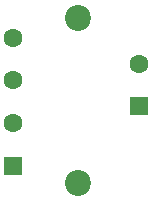
<source format=gbs>
G04 #@! TF.GenerationSoftware,KiCad,Pcbnew,(6.0.7-1)-1*
G04 #@! TF.CreationDate,2024-08-15T11:21:41+03:00*
G04 #@! TF.ProjectId,Ideal_Diode,49646561-6c5f-4446-996f-64652e6b6963,rev?*
G04 #@! TF.SameCoordinates,Original*
G04 #@! TF.FileFunction,Soldermask,Bot*
G04 #@! TF.FilePolarity,Negative*
%FSLAX46Y46*%
G04 Gerber Fmt 4.6, Leading zero omitted, Abs format (unit mm)*
G04 Created by KiCad (PCBNEW (6.0.7-1)-1) date 2024-08-15 11:21:41*
%MOMM*%
%LPD*%
G01*
G04 APERTURE LIST*
G04 Aperture macros list*
%AMRoundRect*
0 Rectangle with rounded corners*
0 $1 Rounding radius*
0 $2 $3 $4 $5 $6 $7 $8 $9 X,Y pos of 4 corners*
0 Add a 4 corners polygon primitive as box body*
4,1,4,$2,$3,$4,$5,$6,$7,$8,$9,$2,$3,0*
0 Add four circle primitives for the rounded corners*
1,1,$1+$1,$2,$3*
1,1,$1+$1,$4,$5*
1,1,$1+$1,$6,$7*
1,1,$1+$1,$8,$9*
0 Add four rect primitives between the rounded corners*
20,1,$1+$1,$2,$3,$4,$5,0*
20,1,$1+$1,$4,$5,$6,$7,0*
20,1,$1+$1,$6,$7,$8,$9,0*
20,1,$1+$1,$8,$9,$2,$3,0*%
G04 Aperture macros list end*
%ADD10RoundRect,0.250000X0.550000X-0.550000X0.550000X0.550000X-0.550000X0.550000X-0.550000X-0.550000X0*%
%ADD11C,1.600000*%
%ADD12C,2.200000*%
G04 APERTURE END LIST*
D10*
X161200000Y-96500000D03*
D11*
X161200000Y-92900000D03*
D12*
X156000000Y-103000000D03*
X156000000Y-89000000D03*
D10*
X150500000Y-101500000D03*
D11*
X150500000Y-97900000D03*
X150500000Y-94300000D03*
X150500000Y-90700000D03*
M02*

</source>
